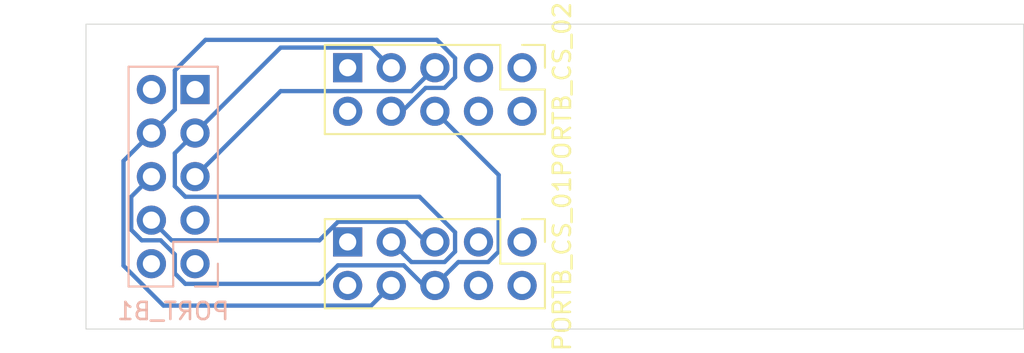
<source format=kicad_pcb>
(kicad_pcb (version 20171130) (host pcbnew "(5.1.12)-1")

  (general
    (thickness 1.6)
    (drawings 4)
    (tracks 53)
    (zones 0)
    (modules 3)
    (nets 23)
  )

  (page A4)
  (title_block
    (title "STK 600 SPI Dev Board")
    (date 2021-11-29)
    (rev 1.0)
    (company "Bielefeld University Of Applied Sciences")
    (comment 1 dimitri.dening@fh-bielefeld.de)
    (comment 2 "Dimitri Dening")
    (comment 3 Projektarbeit)
  )

  (layers
    (0 F.Cu signal)
    (31 B.Cu signal)
    (32 B.Adhes user)
    (33 F.Adhes user)
    (34 B.Paste user)
    (35 F.Paste user)
    (36 B.SilkS user)
    (37 F.SilkS user)
    (38 B.Mask user)
    (39 F.Mask user)
    (40 Dwgs.User user)
    (41 Cmts.User user)
    (42 Eco1.User user)
    (43 Eco2.User user)
    (44 Edge.Cuts user)
    (45 Margin user)
    (46 B.CrtYd user)
    (47 F.CrtYd user)
    (48 B.Fab user)
    (49 F.Fab user)
  )

  (setup
    (last_trace_width 0.25)
    (trace_clearance 0.2)
    (zone_clearance 0.508)
    (zone_45_only no)
    (trace_min 0.2)
    (via_size 0.8)
    (via_drill 0.4)
    (via_min_size 0.4)
    (via_min_drill 0.3)
    (uvia_size 0.3)
    (uvia_drill 0.1)
    (uvias_allowed no)
    (uvia_min_size 0.2)
    (uvia_min_drill 0.1)
    (edge_width 0.05)
    (segment_width 0.2)
    (pcb_text_width 0.3)
    (pcb_text_size 1.5 1.5)
    (mod_edge_width 0.12)
    (mod_text_size 1 1)
    (mod_text_width 0.15)
    (pad_size 1.7 1.7)
    (pad_drill 1)
    (pad_to_mask_clearance 0)
    (aux_axis_origin 0 0)
    (visible_elements 7FFFFFFF)
    (pcbplotparams
      (layerselection 0x010fc_ffffffff)
      (usegerberextensions false)
      (usegerberattributes true)
      (usegerberadvancedattributes true)
      (creategerberjobfile true)
      (excludeedgelayer true)
      (linewidth 0.100000)
      (plotframeref false)
      (viasonmask false)
      (mode 1)
      (useauxorigin false)
      (hpglpennumber 1)
      (hpglpenspeed 20)
      (hpglpendiameter 15.000000)
      (psnegative false)
      (psa4output false)
      (plotreference true)
      (plotvalue true)
      (plotinvisibletext false)
      (padsonsilk false)
      (subtractmaskfromsilk false)
      (outputformat 1)
      (mirror false)
      (drillshape 1)
      (scaleselection 1)
      (outputdirectory ""))
  )

  (net 0 "")
  (net 1 "Net-(PORT_B1-Pad1)")
  (net 2 "Net-(PORT_B1-Pad2)")
  (net 3 "Net-(PORT_B1-Pad3)")
  (net 4 "Net-(PORTB_CS_01-Pad5)")
  (net 5 "Net-(PORTB_CS_02-Pad5)")
  (net 6 "Net-(PORTB_CS_01-Pad6)")
  (net 7 "Net-(PORTB_CS_01-Pad7)")
  (net 8 "Net-(PORTB_CS_01-Pad8)")
  (net 9 "Net-(PORT_B1-Pad9)")
  (net 10 "Net-(PORT_B1-Pad10)")
  (net 11 "Net-(PORTB_CS_01-Pad10)")
  (net 12 "Net-(PORTB_CS_01-Pad9)")
  (net 13 "Net-(PORTB_CS_01-Pad4)")
  (net 14 "Net-(PORTB_CS_01-Pad3)")
  (net 15 "Net-(PORTB_CS_01-Pad2)")
  (net 16 "Net-(PORTB_CS_01-Pad1)")
  (net 17 "Net-(PORTB_CS_02-Pad1)")
  (net 18 "Net-(PORTB_CS_02-Pad2)")
  (net 19 "Net-(PORTB_CS_02-Pad3)")
  (net 20 "Net-(PORTB_CS_02-Pad4)")
  (net 21 "Net-(PORTB_CS_02-Pad9)")
  (net 22 "Net-(PORTB_CS_02-Pad10)")

  (net_class Default "This is the default net class."
    (clearance 0.2)
    (trace_width 0.25)
    (via_dia 0.8)
    (via_drill 0.4)
    (uvia_dia 0.3)
    (uvia_drill 0.1)
    (add_net "Net-(PORTB_CS_01-Pad1)")
    (add_net "Net-(PORTB_CS_01-Pad10)")
    (add_net "Net-(PORTB_CS_01-Pad2)")
    (add_net "Net-(PORTB_CS_01-Pad3)")
    (add_net "Net-(PORTB_CS_01-Pad4)")
    (add_net "Net-(PORTB_CS_01-Pad5)")
    (add_net "Net-(PORTB_CS_01-Pad6)")
    (add_net "Net-(PORTB_CS_01-Pad7)")
    (add_net "Net-(PORTB_CS_01-Pad8)")
    (add_net "Net-(PORTB_CS_01-Pad9)")
    (add_net "Net-(PORTB_CS_02-Pad1)")
    (add_net "Net-(PORTB_CS_02-Pad10)")
    (add_net "Net-(PORTB_CS_02-Pad2)")
    (add_net "Net-(PORTB_CS_02-Pad3)")
    (add_net "Net-(PORTB_CS_02-Pad4)")
    (add_net "Net-(PORTB_CS_02-Pad5)")
    (add_net "Net-(PORTB_CS_02-Pad9)")
    (add_net "Net-(PORT_B1-Pad1)")
    (add_net "Net-(PORT_B1-Pad10)")
    (add_net "Net-(PORT_B1-Pad2)")
    (add_net "Net-(PORT_B1-Pad3)")
    (add_net "Net-(PORT_B1-Pad9)")
  )

  (module pin_socket_2.54mm:PinSocket_2x05_P2.54mm_Vertical (layer B.Cu) (tedit 61A53327) (tstamp 61A53504)
    (at 107.95 102.87)
    (descr "Through hole straight socket strip, 2x05, 2.54mm pitch, double cols (from Kicad 4.0.7), script generated")
    (tags "Through hole socket strip THT 2x05 2.54mm double row")
    (path /61A59020)
    (fp_text reference PORT_B1 (at -1.27 2.77) (layer B.SilkS)
      (effects (font (size 1 1) (thickness 0.15)) (justify mirror))
    )
    (fp_text value Conn_02x05_Odd_Even (at -10.51 -5.09 -90) (layer B.Fab)
      (effects (font (size 1 1) (thickness 0.15)) (justify mirror))
    )
    (fp_line (start -3.81 1.27) (end 0.27 1.27) (layer B.Fab) (width 0.1))
    (fp_line (start 0.27 1.27) (end 1.27 0.27) (layer B.Fab) (width 0.1))
    (fp_line (start 1.27 0.27) (end 1.27 -11.43) (layer B.Fab) (width 0.1))
    (fp_line (start 1.27 -11.43) (end -3.81 -11.43) (layer B.Fab) (width 0.1))
    (fp_line (start -3.81 -11.43) (end -3.81 1.27) (layer B.Fab) (width 0.1))
    (fp_line (start -3.87 1.33) (end -1.27 1.33) (layer B.SilkS) (width 0.12))
    (fp_line (start -3.87 1.33) (end -3.87 -11.49) (layer B.SilkS) (width 0.12))
    (fp_line (start -3.87 -11.49) (end 1.33 -11.49) (layer B.SilkS) (width 0.12))
    (fp_line (start 1.33 -1.27) (end 1.33 -11.49) (layer B.SilkS) (width 0.12))
    (fp_line (start -1.27 -1.27) (end 1.33 -1.27) (layer B.SilkS) (width 0.12))
    (fp_line (start -1.27 1.33) (end -1.27 -1.27) (layer B.SilkS) (width 0.12))
    (fp_line (start 1.33 1.33) (end 1.33 0) (layer B.SilkS) (width 0.12))
    (fp_line (start 0 1.33) (end 1.33 1.33) (layer B.SilkS) (width 0.12))
    (fp_line (start -4.34 1.8) (end 1.76 1.8) (layer B.CrtYd) (width 0.05))
    (fp_line (start 1.76 1.8) (end 1.76 -11.9) (layer B.CrtYd) (width 0.05))
    (fp_line (start 1.76 -11.9) (end -4.34 -11.9) (layer B.CrtYd) (width 0.05))
    (fp_line (start -4.34 -11.9) (end -4.34 1.8) (layer B.CrtYd) (width 0.05))
    (fp_text user %R (at -8.89 0 -90) (layer B.Fab)
      (effects (font (size 1 1) (thickness 0.15)) (justify mirror))
    )
    (pad 1 thru_hole oval (at 0 0) (size 1.7 1.7) (drill 1) (layers *.Cu *.Mask)
      (net 1 "Net-(PORT_B1-Pad1)"))
    (pad 2 thru_hole oval (at -2.54 0) (size 1.7 1.7) (drill 1) (layers *.Cu *.Mask)
      (net 2 "Net-(PORT_B1-Pad2)"))
    (pad 3 thru_hole oval (at 0 -2.54) (size 1.7 1.7) (drill 1) (layers *.Cu *.Mask)
      (net 3 "Net-(PORT_B1-Pad3)"))
    (pad 4 thru_hole oval (at -2.54 -2.54) (size 1.7 1.7) (drill 1) (layers *.Cu *.Mask)
      (net 4 "Net-(PORTB_CS_01-Pad5)"))
    (pad 5 thru_hole oval (at 0 -5.08) (size 1.7 1.7) (drill 1) (layers *.Cu *.Mask)
      (net 5 "Net-(PORTB_CS_02-Pad5)"))
    (pad 6 thru_hole oval (at -2.54 -5.08) (size 1.7 1.7) (drill 1) (layers *.Cu *.Mask)
      (net 6 "Net-(PORTB_CS_01-Pad6)"))
    (pad 7 thru_hole oval (at 0 -7.62) (size 1.7 1.7) (drill 1) (layers *.Cu *.Mask)
      (net 7 "Net-(PORTB_CS_01-Pad7)"))
    (pad 8 thru_hole oval (at -2.54 -7.62) (size 1.7 1.7) (drill 1) (layers *.Cu *.Mask)
      (net 8 "Net-(PORTB_CS_01-Pad8)"))
    (pad 9 thru_hole rect (at 0 -10.16) (size 1.7 1.7) (drill 1) (layers *.Cu *.Mask)
      (net 9 "Net-(PORT_B1-Pad9)"))
    (pad 10 thru_hole oval (at -2.54 -10.16) (size 1.7 1.7) (drill 1) (layers *.Cu *.Mask)
      (net 10 "Net-(PORT_B1-Pad10)"))
    (model ${KISYS3DMOD}/Connector_PinSocket_2.54mm.3dshapes/PinSocket_2x05_P2.54mm_Vertical.wrl
      (at (xyz 0 0 0))
      (scale (xyz 1 1 1))
      (rotate (xyz 0 0 0))
    )
  )

  (module pin_header_2.54mm:PinHeader_2x05_P2.54mm_Vertical (layer F.Cu) (tedit 61A538DE) (tstamp 61A52799)
    (at 127 101.6 270)
    (descr "Through hole straight pin header, 2x05, 2.54mm pitch, double rows")
    (tags "Through hole pin header THT 2x05 2.54mm double row")
    (path /61A74953)
    (fp_text reference PORTB_CS_01 (at 1.27 -2.33 90) (layer F.SilkS)
      (effects (font (size 1 1) (thickness 0.15)))
    )
    (fp_text value Conn_02x05_Odd_Even (at -6.35 6.35 180) (layer F.Fab)
      (effects (font (size 1 1) (thickness 0.15)))
    )
    (fp_line (start 4.35 -1.8) (end -1.8 -1.8) (layer F.CrtYd) (width 0.05))
    (fp_line (start 4.35 11.95) (end 4.35 -1.8) (layer F.CrtYd) (width 0.05))
    (fp_line (start -1.8 11.95) (end 4.35 11.95) (layer F.CrtYd) (width 0.05))
    (fp_line (start -1.8 -1.8) (end -1.8 11.95) (layer F.CrtYd) (width 0.05))
    (fp_line (start -1.33 -1.33) (end 0 -1.33) (layer F.SilkS) (width 0.12))
    (fp_line (start -1.33 0) (end -1.33 -1.33) (layer F.SilkS) (width 0.12))
    (fp_line (start 1.27 -1.33) (end 3.87 -1.33) (layer F.SilkS) (width 0.12))
    (fp_line (start 1.27 1.27) (end 1.27 -1.33) (layer F.SilkS) (width 0.12))
    (fp_line (start -1.33 1.27) (end 1.27 1.27) (layer F.SilkS) (width 0.12))
    (fp_line (start 3.87 -1.33) (end 3.87 11.49) (layer F.SilkS) (width 0.12))
    (fp_line (start -1.33 1.27) (end -1.33 11.49) (layer F.SilkS) (width 0.12))
    (fp_line (start -1.33 11.49) (end 3.87 11.49) (layer F.SilkS) (width 0.12))
    (fp_line (start -1.27 0) (end 0 -1.27) (layer F.Fab) (width 0.1))
    (fp_line (start -1.27 11.43) (end -1.27 0) (layer F.Fab) (width 0.1))
    (fp_line (start 3.81 11.43) (end -1.27 11.43) (layer F.Fab) (width 0.1))
    (fp_line (start 3.81 -1.27) (end 3.81 11.43) (layer F.Fab) (width 0.1))
    (fp_line (start 0 -1.27) (end 3.81 -1.27) (layer F.Fab) (width 0.1))
    (fp_text user %R (at 1.27 5.08) (layer F.Fab)
      (effects (font (size 1 1) (thickness 0.15)))
    )
    (pad 10 thru_hole oval (at 2.54 10.16 270) (size 1.7 1.7) (drill 1) (layers *.Cu *.Mask)
      (net 11 "Net-(PORTB_CS_01-Pad10)"))
    (pad 9 thru_hole rect (at 0 10.16 270) (size 1.7 1.7) (drill 1) (layers *.Cu *.Mask)
      (net 12 "Net-(PORTB_CS_01-Pad9)"))
    (pad 8 thru_hole oval (at 2.54 7.62 270) (size 1.7 1.7) (drill 1) (layers *.Cu *.Mask)
      (net 8 "Net-(PORTB_CS_01-Pad8)"))
    (pad 7 thru_hole oval (at 0 7.62 270) (size 1.7 1.7) (drill 1) (layers *.Cu *.Mask)
      (net 7 "Net-(PORTB_CS_01-Pad7)"))
    (pad 6 thru_hole oval (at 2.54 5.08 270) (size 1.7 1.7) (drill 1) (layers *.Cu *.Mask)
      (net 6 "Net-(PORTB_CS_01-Pad6)"))
    (pad 5 thru_hole oval (at 0 5.08 270) (size 1.7 1.7) (drill 1) (layers *.Cu *.Mask)
      (net 4 "Net-(PORTB_CS_01-Pad5)"))
    (pad 4 thru_hole oval (at 2.54 2.54 270) (size 1.7 1.7) (drill 1) (layers *.Cu *.Mask)
      (net 13 "Net-(PORTB_CS_01-Pad4)"))
    (pad 3 thru_hole oval (at 0 2.54 270) (size 1.7 1.7) (drill 1) (layers *.Cu *.Mask)
      (net 14 "Net-(PORTB_CS_01-Pad3)"))
    (pad 2 thru_hole oval (at 2.54 0 270) (size 1.7 1.7) (drill 1) (layers *.Cu *.Mask)
      (net 15 "Net-(PORTB_CS_01-Pad2)"))
    (pad 1 thru_hole oval (at 0 0 270) (size 1.7 1.7) (drill 1) (layers *.Cu *.Mask)
      (net 16 "Net-(PORTB_CS_01-Pad1)"))
    (model ${KISYS3DMOD}/Connector_PinHeader_2.54mm.3dshapes/PinHeader_2x05_P2.54mm_Vertical.wrl
      (at (xyz 0 0 0))
      (scale (xyz 1 1 1))
      (rotate (xyz 0 0 0))
    )
  )

  (module pin_header_2.54mm:PinHeader_2x05_P2.54mm_Vertical (layer F.Cu) (tedit 61A538E5) (tstamp 61A53024)
    (at 127 91.44 270)
    (descr "Through hole straight pin header, 2x05, 2.54mm pitch, double rows")
    (tags "Through hole pin header THT 2x05 2.54mm double row")
    (path /61A7097B)
    (fp_text reference PORTB_CS_02 (at 1.27 -2.33 90) (layer F.SilkS)
      (effects (font (size 1 1) (thickness 0.15)))
    )
    (fp_text value Conn_02x05_Odd_Even (at 8.89 6.35 180) (layer F.Fab)
      (effects (font (size 1 1) (thickness 0.15)))
    )
    (fp_line (start 0 -1.27) (end 3.81 -1.27) (layer F.Fab) (width 0.1))
    (fp_line (start 3.81 -1.27) (end 3.81 11.43) (layer F.Fab) (width 0.1))
    (fp_line (start 3.81 11.43) (end -1.27 11.43) (layer F.Fab) (width 0.1))
    (fp_line (start -1.27 11.43) (end -1.27 0) (layer F.Fab) (width 0.1))
    (fp_line (start -1.27 0) (end 0 -1.27) (layer F.Fab) (width 0.1))
    (fp_line (start -1.33 11.49) (end 3.87 11.49) (layer F.SilkS) (width 0.12))
    (fp_line (start -1.33 1.27) (end -1.33 11.49) (layer F.SilkS) (width 0.12))
    (fp_line (start 3.87 -1.33) (end 3.87 11.49) (layer F.SilkS) (width 0.12))
    (fp_line (start -1.33 1.27) (end 1.27 1.27) (layer F.SilkS) (width 0.12))
    (fp_line (start 1.27 1.27) (end 1.27 -1.33) (layer F.SilkS) (width 0.12))
    (fp_line (start 1.27 -1.33) (end 3.87 -1.33) (layer F.SilkS) (width 0.12))
    (fp_line (start -1.33 0) (end -1.33 -1.33) (layer F.SilkS) (width 0.12))
    (fp_line (start -1.33 -1.33) (end 0 -1.33) (layer F.SilkS) (width 0.12))
    (fp_line (start -1.8 -1.8) (end -1.8 11.95) (layer F.CrtYd) (width 0.05))
    (fp_line (start -1.8 11.95) (end 4.35 11.95) (layer F.CrtYd) (width 0.05))
    (fp_line (start 4.35 11.95) (end 4.35 -1.8) (layer F.CrtYd) (width 0.05))
    (fp_line (start 4.35 -1.8) (end -1.8 -1.8) (layer F.CrtYd) (width 0.05))
    (fp_text user %R (at 1.27 5.08) (layer F.Fab)
      (effects (font (size 1 1) (thickness 0.15)))
    )
    (pad 1 thru_hole oval (at 0 0 270) (size 1.7 1.7) (drill 1) (layers *.Cu *.Mask)
      (net 17 "Net-(PORTB_CS_02-Pad1)"))
    (pad 2 thru_hole oval (at 2.54 0 270) (size 1.7 1.7) (drill 1) (layers *.Cu *.Mask)
      (net 18 "Net-(PORTB_CS_02-Pad2)"))
    (pad 3 thru_hole oval (at 0 2.54 270) (size 1.7 1.7) (drill 1) (layers *.Cu *.Mask)
      (net 19 "Net-(PORTB_CS_02-Pad3)"))
    (pad 4 thru_hole oval (at 2.54 2.54 270) (size 1.7 1.7) (drill 1) (layers *.Cu *.Mask)
      (net 20 "Net-(PORTB_CS_02-Pad4)"))
    (pad 5 thru_hole oval (at 0 5.08 270) (size 1.7 1.7) (drill 1) (layers *.Cu *.Mask)
      (net 5 "Net-(PORTB_CS_02-Pad5)"))
    (pad 6 thru_hole oval (at 2.54 5.08 270) (size 1.7 1.7) (drill 1) (layers *.Cu *.Mask)
      (net 6 "Net-(PORTB_CS_01-Pad6)"))
    (pad 7 thru_hole oval (at 0 7.62 270) (size 1.7 1.7) (drill 1) (layers *.Cu *.Mask)
      (net 7 "Net-(PORTB_CS_01-Pad7)"))
    (pad 8 thru_hole oval (at 2.54 7.62 270) (size 1.7 1.7) (drill 1) (layers *.Cu *.Mask)
      (net 8 "Net-(PORTB_CS_01-Pad8)"))
    (pad 9 thru_hole rect (at 0 10.16 270) (size 1.7 1.7) (drill 1) (layers *.Cu *.Mask)
      (net 21 "Net-(PORTB_CS_02-Pad9)"))
    (pad 10 thru_hole oval (at 2.54 10.16 270) (size 1.7 1.7) (drill 1) (layers *.Cu *.Mask)
      (net 22 "Net-(PORTB_CS_02-Pad10)"))
    (model ${KISYS3DMOD}/Connector_PinHeader_2.54mm.3dshapes/PinHeader_2x05_P2.54mm_Vertical.wrl
      (at (xyz 0 0 0))
      (scale (xyz 1 1 1))
      (rotate (xyz 0 0 0))
    )
  )

  (gr_line (start 156.21 88.9) (end 101.6 88.9) (layer Edge.Cuts) (width 0.05) (tstamp 61A52EFF))
  (gr_line (start 156.21 106.68) (end 156.21 88.9) (layer Edge.Cuts) (width 0.05))
  (gr_line (start 101.6 106.68) (end 156.21 106.68) (layer Edge.Cuts) (width 0.05))
  (gr_line (start 101.6 88.9) (end 101.6 106.68) (layer Edge.Cuts) (width 0.05))

  (segment (start 121.412 101.6) (end 121.92 101.6) (width 0.25) (layer B.Cu) (net 4))
  (segment (start 120.236999 100.424999) (end 121.412 101.6) (width 0.25) (layer B.Cu) (net 4))
  (segment (start 116.275999 100.424999) (end 120.236999 100.424999) (width 0.25) (layer B.Cu) (net 4))
  (segment (start 115.195997 101.505001) (end 116.275999 100.424999) (width 0.25) (layer B.Cu) (net 4))
  (segment (start 106.585001 101.505001) (end 115.195997 101.505001) (width 0.25) (layer B.Cu) (net 4))
  (segment (start 105.41 100.33) (end 106.585001 101.505001) (width 0.25) (layer B.Cu) (net 4))
  (segment (start 120.555001 92.804999) (end 121.92 91.44) (width 0.25) (layer B.Cu) (net 5))
  (segment (start 112.935001 92.804999) (end 120.555001 92.804999) (width 0.25) (layer B.Cu) (net 5))
  (segment (start 107.95 97.79) (end 112.935001 92.804999) (width 0.25) (layer B.Cu) (net 5))
  (segment (start 125.635001 102.164001) (end 125.635001 97.695001) (width 0.25) (layer B.Cu) (net 6))
  (segment (start 125.024001 102.775001) (end 125.635001 102.164001) (width 0.25) (layer B.Cu) (net 6))
  (segment (start 123.284999 102.775001) (end 125.024001 102.775001) (width 0.25) (layer B.Cu) (net 6))
  (segment (start 125.635001 97.695001) (end 121.92 93.98) (width 0.25) (layer B.Cu) (net 6))
  (segment (start 121.92 104.14) (end 123.284999 102.775001) (width 0.25) (layer B.Cu) (net 6))
  (segment (start 121.28359 104.14) (end 121.92 104.14) (width 0.25) (layer B.Cu) (net 6))
  (segment (start 120.108589 102.964999) (end 121.28359 104.14) (width 0.25) (layer B.Cu) (net 6))
  (segment (start 115.195997 104.045001) (end 116.275999 102.964999) (width 0.25) (layer B.Cu) (net 6))
  (segment (start 106.774999 103.434001) (end 107.385999 104.045001) (width 0.25) (layer B.Cu) (net 6))
  (segment (start 106.774999 102.331409) (end 106.774999 103.434001) (width 0.25) (layer B.Cu) (net 6))
  (segment (start 105.948591 101.505001) (end 106.774999 102.331409) (width 0.25) (layer B.Cu) (net 6))
  (segment (start 104.845999 101.505001) (end 105.948591 101.505001) (width 0.25) (layer B.Cu) (net 6))
  (segment (start 104.234999 100.894001) (end 104.845999 101.505001) (width 0.25) (layer B.Cu) (net 6))
  (segment (start 107.385999 104.045001) (end 115.195997 104.045001) (width 0.25) (layer B.Cu) (net 6))
  (segment (start 104.234999 98.965001) (end 104.234999 100.894001) (width 0.25) (layer B.Cu) (net 6))
  (segment (start 116.275999 102.964999) (end 120.108589 102.964999) (width 0.25) (layer B.Cu) (net 6))
  (segment (start 105.41 97.79) (end 104.234999 98.965001) (width 0.25) (layer B.Cu) (net 6))
  (segment (start 118.204999 90.264999) (end 119.38 91.44) (width 0.25) (layer B.Cu) (net 7))
  (segment (start 112.935001 90.264999) (end 118.204999 90.264999) (width 0.25) (layer B.Cu) (net 7))
  (segment (start 107.95 95.25) (end 112.935001 90.264999) (width 0.25) (layer B.Cu) (net 7))
  (segment (start 106.774999 96.425001) (end 107.95 95.25) (width 0.25) (layer B.Cu) (net 7))
  (segment (start 106.774999 98.354001) (end 106.774999 96.425001) (width 0.25) (layer B.Cu) (net 7))
  (segment (start 107.385999 98.965001) (end 106.774999 98.354001) (width 0.25) (layer B.Cu) (net 7))
  (segment (start 121.024003 98.965001) (end 107.385999 98.965001) (width 0.25) (layer B.Cu) (net 7))
  (segment (start 123.095001 102.164001) (end 123.095001 101.035999) (width 0.25) (layer B.Cu) (net 7))
  (segment (start 122.484001 102.775001) (end 123.095001 102.164001) (width 0.25) (layer B.Cu) (net 7))
  (segment (start 120.555001 102.775001) (end 122.484001 102.775001) (width 0.25) (layer B.Cu) (net 7))
  (segment (start 123.095001 101.035999) (end 121.024003 98.965001) (width 0.25) (layer B.Cu) (net 7))
  (segment (start 119.38 101.6) (end 120.555001 102.775001) (width 0.25) (layer B.Cu) (net 7))
  (segment (start 120.01641 93.98) (end 119.38 93.98) (width 0.25) (layer B.Cu) (net 8))
  (segment (start 123.095001 92.004001) (end 122.484001 92.615001) (width 0.25) (layer B.Cu) (net 8))
  (segment (start 123.095001 90.875999) (end 123.095001 92.004001) (width 0.25) (layer B.Cu) (net 8))
  (segment (start 122.033992 89.81499) (end 123.095001 90.875999) (width 0.25) (layer B.Cu) (net 8))
  (segment (start 122.484001 92.615001) (end 121.381409 92.615001) (width 0.25) (layer B.Cu) (net 8))
  (segment (start 108.560008 89.81499) (end 122.033992 89.81499) (width 0.25) (layer B.Cu) (net 8))
  (segment (start 106.774999 91.599999) (end 108.560008 89.81499) (width 0.25) (layer B.Cu) (net 8))
  (segment (start 121.381409 92.615001) (end 120.01641 93.98) (width 0.25) (layer B.Cu) (net 8))
  (segment (start 106.774999 93.885001) (end 106.774999 91.599999) (width 0.25) (layer B.Cu) (net 8))
  (segment (start 105.41 95.25) (end 106.774999 93.885001) (width 0.25) (layer B.Cu) (net 8))
  (segment (start 118.204999 105.315001) (end 119.38 104.14) (width 0.25) (layer B.Cu) (net 8))
  (segment (start 106.115999 105.315001) (end 118.204999 105.315001) (width 0.25) (layer B.Cu) (net 8))
  (segment (start 103.78499 102.983992) (end 106.115999 105.315001) (width 0.25) (layer B.Cu) (net 8))
  (segment (start 103.78499 96.87501) (end 103.78499 102.983992) (width 0.25) (layer B.Cu) (net 8))
  (segment (start 105.41 95.25) (end 103.78499 96.87501) (width 0.25) (layer B.Cu) (net 8))

)

</source>
